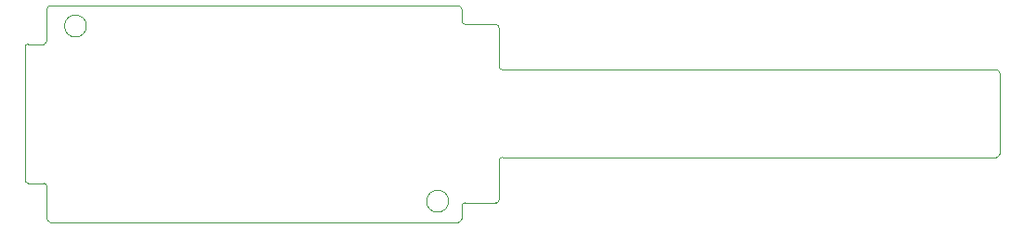
<source format=gbr>
%TF.GenerationSoftware,KiCad,Pcbnew,(6.0.1)*%
%TF.CreationDate,2022-11-23T23:22:51+01:00*%
%TF.ProjectId,usb-magnetometer,7573622d-6d61-4676-9e65-746f6d657465,rev?*%
%TF.SameCoordinates,Original*%
%TF.FileFunction,Profile,NP*%
%FSLAX46Y46*%
G04 Gerber Fmt 4.6, Leading zero omitted, Abs format (unit mm)*
G04 Created by KiCad (PCBNEW (6.0.1)) date 2022-11-23 23:22:51*
%MOMM*%
%LPD*%
G01*
G04 APERTURE LIST*
%TA.AperFunction,Profile*%
%ADD10C,0.100000*%
%TD*%
G04 APERTURE END LIST*
D10*
X88200000Y-151250000D02*
G75*
G03*
X87900000Y-151550000I0J-300000D01*
G01*
X50100000Y-152700000D02*
G75*
G03*
X50400000Y-153000000I300000J0D01*
G01*
X87600000Y-133250000D02*
X50400000Y-133250000D01*
X87600000Y-153000000D02*
G75*
G03*
X87900000Y-152700000I0J300000D01*
G01*
X91600000Y-147100000D02*
X136600000Y-147100000D01*
X50400000Y-133250000D02*
G75*
G03*
X50100000Y-133550000I0J-300000D01*
G01*
X50100000Y-149750000D02*
G75*
G03*
X49800000Y-149450000I-300000J0D01*
G01*
X136600000Y-147100000D02*
G75*
G03*
X136900000Y-146800000I0J300000D01*
G01*
X48400000Y-136750000D02*
G75*
G03*
X48100000Y-137050000I0J-300000D01*
G01*
X91300000Y-147400000D02*
X91300000Y-150950000D01*
X91000000Y-151250000D02*
G75*
G03*
X91300000Y-150950000I0J300000D01*
G01*
X50100000Y-149750000D02*
X50100000Y-152700000D01*
X53700000Y-135100000D02*
G75*
G03*
X53700000Y-135100000I-1000000J0D01*
G01*
X91000000Y-134950000D02*
X88200000Y-134950000D01*
X136900000Y-139400000D02*
G75*
G03*
X136600000Y-139100000I-300000J0D01*
G01*
X91300000Y-135250000D02*
G75*
G03*
X91000000Y-134950000I-300000J0D01*
G01*
X48400000Y-149450000D02*
X49800000Y-149450000D01*
X87900000Y-134650000D02*
X87900000Y-133550000D01*
X136600000Y-139100000D02*
X91600000Y-139100000D01*
X91300000Y-138800000D02*
G75*
G03*
X91600000Y-139100000I300000J0D01*
G01*
X91600000Y-147100000D02*
G75*
G03*
X91300000Y-147400000I0J-300000D01*
G01*
X87900000Y-134650000D02*
G75*
G03*
X88200000Y-134950000I300000J0D01*
G01*
X50400000Y-153000000D02*
X87600000Y-153000000D01*
X50100000Y-136450000D02*
X50100000Y-133550000D01*
X48100000Y-149150000D02*
G75*
G03*
X48400000Y-149450000I300000J0D01*
G01*
X91300000Y-138800000D02*
X91300000Y-135250000D01*
X87900000Y-152700000D02*
X87900000Y-151550000D01*
X88200000Y-151250000D02*
X91000000Y-151250000D01*
X87900000Y-133550000D02*
G75*
G03*
X87600000Y-133250000I-300000J0D01*
G01*
X86700000Y-151100000D02*
G75*
G03*
X86700000Y-151100000I-1000000J0D01*
G01*
X48100000Y-149150000D02*
X48100000Y-137050000D01*
X48400000Y-136750000D02*
X49800000Y-136750000D01*
X136900000Y-146800000D02*
X136900000Y-139400000D01*
X49800000Y-136750000D02*
G75*
G03*
X50100000Y-136450000I0J300000D01*
G01*
M02*

</source>
